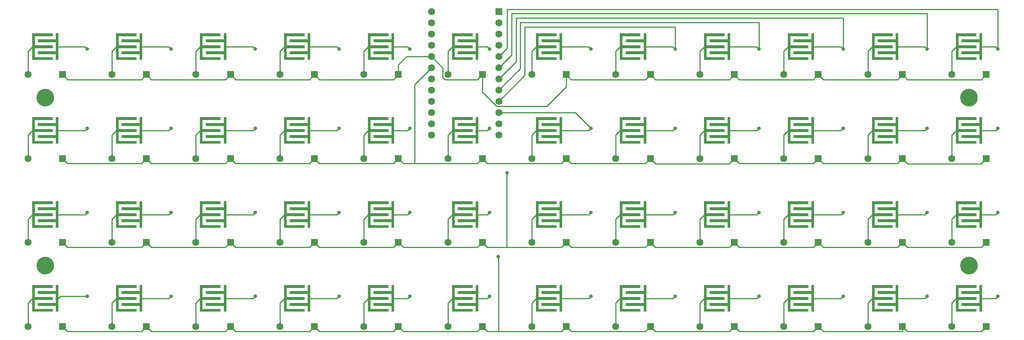
<source format=gtl>
%TF.GenerationSoftware,KiCad,Pcbnew,6.0.3-a3aad9c10e~116~ubuntu21.10.1*%
%TF.CreationDate,2022-03-19T20:14:59+00:00*%
%TF.ProjectId,PCB,5043422e-6b69-4636-9164-5f7063625858,rev?*%
%TF.SameCoordinates,Original*%
%TF.FileFunction,Copper,L1,Top*%
%TF.FilePolarity,Positive*%
%FSLAX46Y46*%
G04 Gerber Fmt 4.6, Leading zero omitted, Abs format (unit mm)*
G04 Created by KiCad (PCBNEW 6.0.3-a3aad9c10e~116~ubuntu21.10.1) date 2022-03-19 20:14:59*
%MOMM*%
%LPD*%
G01*
G04 APERTURE LIST*
G04 Aperture macros list*
%AMFreePoly0*
4,1,13,0.125000,-3.005789,-0.543421,-3.005789,-0.543421,-1.668947,-4.553947,-1.668947,-4.553947,-1.000526,-0.543421,-1.000526,-0.543421,1.004737,-4.553947,1.004737,-4.553947,1.673158,-0.543421,1.673158,-0.543421,3.010000,0.125000,3.010000,0.125000,-3.005789,0.125000,-3.005789,$1*%
%AMFreePoly1*
4,1,13,4.553947,2.341579,0.543421,2.341579,0.543421,0.336316,4.553947,0.336316,4.553947,-0.332105,0.543421,-0.332105,0.543421,-2.337368,4.553947,-2.337368,4.553947,-3.005789,-0.125000,-3.005789,-0.125000,3.010000,4.553947,3.010000,4.553947,2.341579,4.553947,2.341579,$1*%
G04 Aperture macros list end*
%TA.AperFunction,ComponentPad*%
%ADD10C,4.000000*%
%TD*%
%TA.AperFunction,SMDPad,CuDef*%
%ADD11FreePoly0,0.000000*%
%TD*%
%TA.AperFunction,SMDPad,CuDef*%
%ADD12FreePoly1,0.000000*%
%TD*%
%TA.AperFunction,ComponentPad*%
%ADD13R,1.600000X1.600000*%
%TD*%
%TA.AperFunction,ComponentPad*%
%ADD14C,1.600000*%
%TD*%
%TA.AperFunction,ViaPad*%
%ADD15C,0.800000*%
%TD*%
%TA.AperFunction,Conductor*%
%ADD16C,0.250000*%
%TD*%
G04 APERTURE END LIST*
D10*
%TO.P,HOLE_M3,1*%
%TO.N,N/C*%
X255020000Y-82440000D03*
%TD*%
D11*
%TO.P,K2,1*%
%TO.N,/col2*%
X67902474Y-70942106D03*
D12*
%TO.P,K2,2*%
%TO.N,Net-(D2-Pad2)*%
X62137527Y-70942106D03*
%TD*%
D11*
%TO.P,K40,1*%
%TO.N,/col4*%
X105902474Y-127942106D03*
D12*
%TO.P,K40,2*%
%TO.N,Net-(D40-Pad2)*%
X100137527Y-127942106D03*
%TD*%
D11*
%TO.P,K42,1*%
%TO.N,/col6*%
X143902474Y-127942106D03*
D12*
%TO.P,K42,2*%
%TO.N,Net-(D42-Pad2)*%
X138137527Y-127942106D03*
%TD*%
D11*
%TO.P,K35,1*%
%TO.N,/col11*%
X238902474Y-108942106D03*
D12*
%TO.P,K35,2*%
%TO.N,Net-(D35-Pad2)*%
X233137527Y-108942106D03*
%TD*%
D10*
%TO.P,HOLE_M3,1*%
%TO.N,N/C*%
X46020000Y-120440000D03*
%TD*%
D11*
%TO.P,K25,1*%
%TO.N,/col1*%
X48902474Y-108942106D03*
D12*
%TO.P,K25,2*%
%TO.N,Net-(D25-Pad2)*%
X43137527Y-108942106D03*
%TD*%
D11*
%TO.P,K32,1*%
%TO.N,/col8*%
X181902474Y-108942106D03*
D12*
%TO.P,K32,2*%
%TO.N,Net-(D32-Pad2)*%
X176137527Y-108942106D03*
%TD*%
D11*
%TO.P,K27,1*%
%TO.N,/col3*%
X86902474Y-108942106D03*
D12*
%TO.P,K27,2*%
%TO.N,Net-(D27-Pad2)*%
X81137527Y-108942106D03*
%TD*%
D11*
%TO.P,K12,1*%
%TO.N,/col12*%
X257902474Y-70942106D03*
D12*
%TO.P,K12,2*%
%TO.N,Net-(D12-Pad2)*%
X252137527Y-70942106D03*
%TD*%
D11*
%TO.P,K5,1*%
%TO.N,/col5*%
X124902474Y-70942106D03*
D12*
%TO.P,K5,2*%
%TO.N,Net-(D5-Pad2)*%
X119137527Y-70942106D03*
%TD*%
D11*
%TO.P,K7,1*%
%TO.N,/col7*%
X162902474Y-70942106D03*
D12*
%TO.P,K7,2*%
%TO.N,Net-(D7-Pad2)*%
X157137527Y-70942106D03*
%TD*%
D11*
%TO.P,K17,1*%
%TO.N,/col5*%
X124902474Y-89942106D03*
D12*
%TO.P,K17,2*%
%TO.N,Net-(D17-Pad2)*%
X119137527Y-89942106D03*
%TD*%
D11*
%TO.P,K19,1*%
%TO.N,/col7*%
X162902474Y-89942106D03*
D12*
%TO.P,K19,2*%
%TO.N,Net-(D19-Pad2)*%
X157137527Y-89942106D03*
%TD*%
D11*
%TO.P,K4,1*%
%TO.N,/col4*%
X105902474Y-70942106D03*
D12*
%TO.P,K4,2*%
%TO.N,Net-(D4-Pad2)*%
X100137527Y-70942106D03*
%TD*%
D11*
%TO.P,K23,1*%
%TO.N,/col11*%
X238902474Y-89942106D03*
D12*
%TO.P,K23,2*%
%TO.N,Net-(D23-Pad2)*%
X233137527Y-89942106D03*
%TD*%
D11*
%TO.P,K43,1*%
%TO.N,/col7*%
X162902474Y-127942106D03*
D12*
%TO.P,K43,2*%
%TO.N,Net-(D43-Pad2)*%
X157137527Y-127942106D03*
%TD*%
D11*
%TO.P,K10,1*%
%TO.N,/col10*%
X219902474Y-70942106D03*
D12*
%TO.P,K10,2*%
%TO.N,Net-(D10-Pad2)*%
X214137527Y-70942106D03*
%TD*%
D11*
%TO.P,K1,1*%
%TO.N,/col1*%
X48902474Y-70942106D03*
D12*
%TO.P,K1,2*%
%TO.N,Net-(D1-Pad2)*%
X43137527Y-70942106D03*
%TD*%
D11*
%TO.P,K44,1*%
%TO.N,/col8*%
X181902474Y-127942106D03*
D12*
%TO.P,K44,2*%
%TO.N,Net-(D44-Pad2)*%
X176137527Y-127942106D03*
%TD*%
D11*
%TO.P,K18,1*%
%TO.N,/col6*%
X143902474Y-89942106D03*
D12*
%TO.P,K18,2*%
%TO.N,Net-(D18-Pad2)*%
X138137527Y-89942106D03*
%TD*%
D11*
%TO.P,K24,1*%
%TO.N,/col12*%
X257902474Y-89942106D03*
D12*
%TO.P,K24,2*%
%TO.N,Net-(D24-Pad2)*%
X252137527Y-89942106D03*
%TD*%
D11*
%TO.P,K22,1*%
%TO.N,/col10*%
X219902474Y-89942106D03*
D12*
%TO.P,K22,2*%
%TO.N,Net-(D22-Pad2)*%
X214137527Y-89942106D03*
%TD*%
D11*
%TO.P,K46,1*%
%TO.N,/col10*%
X219902474Y-127942106D03*
D12*
%TO.P,K46,2*%
%TO.N,Net-(D46-Pad2)*%
X214137527Y-127942106D03*
%TD*%
D11*
%TO.P,K28,1*%
%TO.N,/col4*%
X105902474Y-108942106D03*
D12*
%TO.P,K28,2*%
%TO.N,Net-(D28-Pad2)*%
X100137527Y-108942106D03*
%TD*%
D11*
%TO.P,K3,1*%
%TO.N,/col3*%
X86902474Y-70942106D03*
D12*
%TO.P,K3,2*%
%TO.N,Net-(D3-Pad2)*%
X81137527Y-70942106D03*
%TD*%
D11*
%TO.P,K9,1*%
%TO.N,/col9*%
X200902474Y-70942106D03*
D12*
%TO.P,K9,2*%
%TO.N,Net-(D9-Pad2)*%
X195137527Y-70942106D03*
%TD*%
D11*
%TO.P,K8,1*%
%TO.N,/col8*%
X181902474Y-70942106D03*
D12*
%TO.P,K8,2*%
%TO.N,Net-(D8-Pad2)*%
X176137527Y-70942106D03*
%TD*%
D11*
%TO.P,K21,1*%
%TO.N,/col9*%
X200902474Y-89942106D03*
D12*
%TO.P,K21,2*%
%TO.N,Net-(D21-Pad2)*%
X195137527Y-89942106D03*
%TD*%
D11*
%TO.P,K29,1*%
%TO.N,/col5*%
X124902474Y-108942106D03*
D12*
%TO.P,K29,2*%
%TO.N,Net-(D29-Pad2)*%
X119137527Y-108942106D03*
%TD*%
D11*
%TO.P,K14,1*%
%TO.N,/col2*%
X67902474Y-89942106D03*
D12*
%TO.P,K14,2*%
%TO.N,Net-(D14-Pad2)*%
X62137527Y-89942106D03*
%TD*%
D11*
%TO.P,K39,1*%
%TO.N,/col3*%
X86902474Y-127942106D03*
D12*
%TO.P,K39,2*%
%TO.N,Net-(D39-Pad2)*%
X81137527Y-127942106D03*
%TD*%
D11*
%TO.P,K6,1*%
%TO.N,/col6*%
X143902474Y-70942106D03*
D12*
%TO.P,K6,2*%
%TO.N,Net-(D6-Pad2)*%
X138137527Y-70942106D03*
%TD*%
D11*
%TO.P,K45,1*%
%TO.N,/col9*%
X200902474Y-127942106D03*
D12*
%TO.P,K45,2*%
%TO.N,Net-(D45-Pad2)*%
X195137527Y-127942106D03*
%TD*%
D11*
%TO.P,K31,1*%
%TO.N,/col7*%
X162902474Y-108942106D03*
D12*
%TO.P,K31,2*%
%TO.N,Net-(D31-Pad2)*%
X157137527Y-108942106D03*
%TD*%
D11*
%TO.P,K26,1*%
%TO.N,/col2*%
X67902474Y-108942106D03*
D12*
%TO.P,K26,2*%
%TO.N,Net-(D26-Pad2)*%
X62137527Y-108942106D03*
%TD*%
D10*
%TO.P,HOLE_M3,1*%
%TO.N,N/C*%
X46020000Y-82440000D03*
%TD*%
D11*
%TO.P,K15,1*%
%TO.N,/col3*%
X86902474Y-89942106D03*
D12*
%TO.P,K15,2*%
%TO.N,Net-(D15-Pad2)*%
X81137527Y-89942106D03*
%TD*%
D11*
%TO.P,K36,1*%
%TO.N,/col12*%
X257902474Y-108942106D03*
D12*
%TO.P,K36,2*%
%TO.N,Net-(D36-Pad2)*%
X252137527Y-108942106D03*
%TD*%
D11*
%TO.P,K30,1*%
%TO.N,/col6*%
X143902474Y-108942106D03*
D12*
%TO.P,K30,2*%
%TO.N,Net-(D30-Pad2)*%
X138137527Y-108942106D03*
%TD*%
D11*
%TO.P,K34,1*%
%TO.N,/col10*%
X219902474Y-108942106D03*
D12*
%TO.P,K34,2*%
%TO.N,Net-(D34-Pad2)*%
X214137527Y-108942106D03*
%TD*%
D11*
%TO.P,K48,1*%
%TO.N,/col12*%
X257902474Y-127942106D03*
D12*
%TO.P,K48,2*%
%TO.N,Net-(D48-Pad2)*%
X252137527Y-127942106D03*
%TD*%
D10*
%TO.P,HOLE_M3,1*%
%TO.N,N/C*%
X255020000Y-120440000D03*
%TD*%
D11*
%TO.P,K11,1*%
%TO.N,/col11*%
X238902474Y-70942106D03*
D12*
%TO.P,K11,2*%
%TO.N,Net-(D11-Pad2)*%
X233137527Y-70942106D03*
%TD*%
D11*
%TO.P,K20,1*%
%TO.N,/col8*%
X181902474Y-89942106D03*
D12*
%TO.P,K20,2*%
%TO.N,Net-(D20-Pad2)*%
X176137527Y-89942106D03*
%TD*%
D11*
%TO.P,K33,1*%
%TO.N,/col9*%
X200902474Y-108942106D03*
D12*
%TO.P,K33,2*%
%TO.N,Net-(D33-Pad2)*%
X195137527Y-108942106D03*
%TD*%
D11*
%TO.P,K41,1*%
%TO.N,/col5*%
X124902474Y-127942106D03*
D12*
%TO.P,K41,2*%
%TO.N,Net-(D41-Pad2)*%
X119137527Y-127942106D03*
%TD*%
D11*
%TO.P,K47,1*%
%TO.N,/col11*%
X238902474Y-127942106D03*
D12*
%TO.P,K47,2*%
%TO.N,Net-(D47-Pad2)*%
X233137527Y-127942106D03*
%TD*%
D11*
%TO.P,K37,1*%
%TO.N,/col1*%
X48902474Y-127942106D03*
D12*
%TO.P,K37,2*%
%TO.N,Net-(D37-Pad2)*%
X43137527Y-127942106D03*
%TD*%
D11*
%TO.P,K16,1*%
%TO.N,/col4*%
X105902474Y-89942106D03*
D12*
%TO.P,K16,2*%
%TO.N,Net-(D16-Pad2)*%
X100137527Y-89942106D03*
%TD*%
D11*
%TO.P,K38,1*%
%TO.N,/col2*%
X67902474Y-127942106D03*
D12*
%TO.P,K38,2*%
%TO.N,Net-(D38-Pad2)*%
X62137527Y-127942106D03*
%TD*%
D11*
%TO.P,K13,1*%
%TO.N,/col1*%
X48902474Y-89942106D03*
D12*
%TO.P,K13,2*%
%TO.N,Net-(D13-Pad2)*%
X43137527Y-89942106D03*
%TD*%
D13*
%TO.P,Pro-Micro1,1,TX*%
%TO.N,unconnected-(Pro-Micro1-Pad1)*%
X148640000Y-62975000D03*
D14*
%TO.P,Pro-Micro1,2,RX*%
%TO.N,unconnected-(Pro-Micro1-Pad2)*%
X148640000Y-65515000D03*
%TO.P,Pro-Micro1,3,GND*%
%TO.N,unconnected-(Pro-Micro1-Pad3)*%
X148640000Y-68055000D03*
%TO.P,Pro-Micro1,4,GND*%
%TO.N,unconnected-(Pro-Micro1-Pad4)*%
X148640000Y-70595000D03*
%TO.P,Pro-Micro1,5,SDA*%
%TO.N,/col12*%
X148640000Y-73135000D03*
%TO.P,Pro-Micro1,6,SCL*%
%TO.N,/col11*%
X148640000Y-75675000D03*
%TO.P,Pro-Micro1,7,D4*%
%TO.N,/col10*%
X148640000Y-78215000D03*
%TO.P,Pro-Micro1,8,C6*%
%TO.N,/col9*%
X148640000Y-80755000D03*
%TO.P,Pro-Micro1,9,D7*%
%TO.N,/col8*%
X148640000Y-83295000D03*
%TO.P,Pro-Micro1,10,E6*%
%TO.N,/col7*%
X148640000Y-85835000D03*
%TO.P,Pro-Micro1,11,B4*%
%TO.N,/row3*%
X148640000Y-88375000D03*
%TO.P,Pro-Micro1,12,B5*%
%TO.N,/row4*%
X148640000Y-90915000D03*
%TO.P,Pro-Micro1,13,B6*%
%TO.N,/col1*%
X133400000Y-90915000D03*
%TO.P,Pro-Micro1,14,B2*%
%TO.N,/col2*%
X133400000Y-88375000D03*
%TO.P,Pro-Micro1,15,B3*%
%TO.N,/col3*%
X133400000Y-85835000D03*
%TO.P,Pro-Micro1,16,B1*%
%TO.N,/col4*%
X133400000Y-83295000D03*
%TO.P,Pro-Micro1,17,F7*%
%TO.N,/col5*%
X133400000Y-80755000D03*
%TO.P,Pro-Micro1,18,F6*%
%TO.N,/col6*%
X133400000Y-78215000D03*
%TO.P,Pro-Micro1,19,F5*%
%TO.N,/row2*%
X133400000Y-75675000D03*
%TO.P,Pro-Micro1,20,F4*%
%TO.N,/row1*%
X133400000Y-73135000D03*
%TO.P,Pro-Micro1,21,VCC*%
%TO.N,unconnected-(Pro-Micro1-Pad21)*%
X133400000Y-70595000D03*
%TO.P,Pro-Micro1,22,RST*%
%TO.N,unconnected-(Pro-Micro1-Pad22)*%
X133400000Y-68055000D03*
%TO.P,Pro-Micro1,23,GND*%
%TO.N,unconnected-(Pro-Micro1-Pad23)*%
X133400000Y-65515000D03*
%TO.P,Pro-Micro1,24,RAW*%
%TO.N,unconnected-(Pro-Micro1-Pad24)*%
X133400000Y-62975000D03*
%TD*%
D13*
%TO.P,D39,1*%
%TO.N,/row4*%
X87920000Y-134240000D03*
D14*
%TO.P,D39,2*%
%TO.N,Net-(D39-Pad2)*%
X80120000Y-134240000D03*
%TD*%
D13*
%TO.P,D26,1*%
%TO.N,/row3*%
X68920000Y-115240000D03*
D14*
%TO.P,D26,2*%
%TO.N,Net-(D26-Pad2)*%
X61120000Y-115240000D03*
%TD*%
D13*
%TO.P,D11,1*%
%TO.N,/row1*%
X239920000Y-77240000D03*
D14*
%TO.P,D11,2*%
%TO.N,Net-(D11-Pad2)*%
X232120000Y-77240000D03*
%TD*%
D13*
%TO.P,D18,1*%
%TO.N,/row2*%
X144920000Y-96240000D03*
D14*
%TO.P,D18,2*%
%TO.N,Net-(D18-Pad2)*%
X137120000Y-96240000D03*
%TD*%
D13*
%TO.P,D10,1*%
%TO.N,/row1*%
X220920000Y-77240000D03*
D14*
%TO.P,D10,2*%
%TO.N,Net-(D10-Pad2)*%
X213120000Y-77240000D03*
%TD*%
D13*
%TO.P,D23,1*%
%TO.N,/row2*%
X239920000Y-96240000D03*
D14*
%TO.P,D23,2*%
%TO.N,Net-(D23-Pad2)*%
X232120000Y-96240000D03*
%TD*%
D13*
%TO.P,D28,1*%
%TO.N,/row3*%
X106920000Y-115240000D03*
D14*
%TO.P,D28,2*%
%TO.N,Net-(D28-Pad2)*%
X99120000Y-115240000D03*
%TD*%
D13*
%TO.P,D7,1*%
%TO.N,/row1*%
X163920000Y-77240000D03*
D14*
%TO.P,D7,2*%
%TO.N,Net-(D7-Pad2)*%
X156120000Y-77240000D03*
%TD*%
D13*
%TO.P,D37,1*%
%TO.N,/row4*%
X49920000Y-134240000D03*
D14*
%TO.P,D37,2*%
%TO.N,Net-(D37-Pad2)*%
X42120000Y-134240000D03*
%TD*%
D13*
%TO.P,D1,1*%
%TO.N,/row1*%
X49920000Y-77240000D03*
D14*
%TO.P,D1,2*%
%TO.N,Net-(D1-Pad2)*%
X42120000Y-77240000D03*
%TD*%
D13*
%TO.P,D48,1*%
%TO.N,/row4*%
X258920000Y-134240000D03*
D14*
%TO.P,D48,2*%
%TO.N,Net-(D48-Pad2)*%
X251120000Y-134240000D03*
%TD*%
D13*
%TO.P,D47,1*%
%TO.N,/row4*%
X239920000Y-134240000D03*
D14*
%TO.P,D47,2*%
%TO.N,Net-(D47-Pad2)*%
X232120000Y-134240000D03*
%TD*%
D13*
%TO.P,D21,1*%
%TO.N,/row2*%
X201920000Y-96240000D03*
D14*
%TO.P,D21,2*%
%TO.N,Net-(D21-Pad2)*%
X194120000Y-96240000D03*
%TD*%
D13*
%TO.P,D6,1*%
%TO.N,/row1*%
X144920000Y-77240000D03*
D14*
%TO.P,D6,2*%
%TO.N,Net-(D6-Pad2)*%
X137120000Y-77240000D03*
%TD*%
D13*
%TO.P,D31,1*%
%TO.N,/row3*%
X163920000Y-115240000D03*
D14*
%TO.P,D31,2*%
%TO.N,Net-(D31-Pad2)*%
X156120000Y-115240000D03*
%TD*%
D13*
%TO.P,D4,1*%
%TO.N,/row1*%
X106920000Y-77240000D03*
D14*
%TO.P,D4,2*%
%TO.N,Net-(D4-Pad2)*%
X99120000Y-77240000D03*
%TD*%
D13*
%TO.P,D36,1*%
%TO.N,/row3*%
X258920000Y-115240000D03*
D14*
%TO.P,D36,2*%
%TO.N,Net-(D36-Pad2)*%
X251120000Y-115240000D03*
%TD*%
D13*
%TO.P,D14,1*%
%TO.N,/row2*%
X68920000Y-96240000D03*
D14*
%TO.P,D14,2*%
%TO.N,Net-(D14-Pad2)*%
X61120000Y-96240000D03*
%TD*%
D13*
%TO.P,D29,1*%
%TO.N,/row3*%
X125920000Y-115240000D03*
D14*
%TO.P,D29,2*%
%TO.N,Net-(D29-Pad2)*%
X118120000Y-115240000D03*
%TD*%
D13*
%TO.P,D42,1*%
%TO.N,/row4*%
X144920000Y-134240000D03*
D14*
%TO.P,D42,2*%
%TO.N,Net-(D42-Pad2)*%
X137120000Y-134240000D03*
%TD*%
D13*
%TO.P,D41,1*%
%TO.N,/row4*%
X125920000Y-134240000D03*
D14*
%TO.P,D41,2*%
%TO.N,Net-(D41-Pad2)*%
X118120000Y-134240000D03*
%TD*%
D13*
%TO.P,D40,1*%
%TO.N,/row4*%
X106920000Y-134240000D03*
D14*
%TO.P,D40,2*%
%TO.N,Net-(D40-Pad2)*%
X99120000Y-134240000D03*
%TD*%
D13*
%TO.P,D8,1*%
%TO.N,/row1*%
X182920000Y-77240000D03*
D14*
%TO.P,D8,2*%
%TO.N,Net-(D8-Pad2)*%
X175120000Y-77240000D03*
%TD*%
D13*
%TO.P,D17,1*%
%TO.N,/row2*%
X125920000Y-96240000D03*
D14*
%TO.P,D17,2*%
%TO.N,Net-(D17-Pad2)*%
X118120000Y-96240000D03*
%TD*%
D13*
%TO.P,D2,1*%
%TO.N,/row1*%
X68920000Y-77240000D03*
D14*
%TO.P,D2,2*%
%TO.N,Net-(D2-Pad2)*%
X61120000Y-77240000D03*
%TD*%
D13*
%TO.P,D24,1*%
%TO.N,/row2*%
X258920000Y-96240000D03*
D14*
%TO.P,D24,2*%
%TO.N,Net-(D24-Pad2)*%
X251120000Y-96240000D03*
%TD*%
D13*
%TO.P,D9,1*%
%TO.N,/row1*%
X201920000Y-77240000D03*
D14*
%TO.P,D9,2*%
%TO.N,Net-(D9-Pad2)*%
X194120000Y-77240000D03*
%TD*%
D13*
%TO.P,D12,1*%
%TO.N,/row1*%
X258920000Y-77240000D03*
D14*
%TO.P,D12,2*%
%TO.N,Net-(D12-Pad2)*%
X251120000Y-77240000D03*
%TD*%
D13*
%TO.P,D13,1*%
%TO.N,/row2*%
X49920000Y-96240000D03*
D14*
%TO.P,D13,2*%
%TO.N,Net-(D13-Pad2)*%
X42120000Y-96240000D03*
%TD*%
D13*
%TO.P,D5,1*%
%TO.N,/row1*%
X125920000Y-77240000D03*
D14*
%TO.P,D5,2*%
%TO.N,Net-(D5-Pad2)*%
X118120000Y-77240000D03*
%TD*%
D13*
%TO.P,D33,1*%
%TO.N,/row3*%
X201920000Y-115240000D03*
D14*
%TO.P,D33,2*%
%TO.N,Net-(D33-Pad2)*%
X194120000Y-115240000D03*
%TD*%
D13*
%TO.P,D30,1*%
%TO.N,/row3*%
X144920000Y-115240000D03*
D14*
%TO.P,D30,2*%
%TO.N,Net-(D30-Pad2)*%
X137120000Y-115240000D03*
%TD*%
D13*
%TO.P,D27,1*%
%TO.N,/row3*%
X87920000Y-115240000D03*
D14*
%TO.P,D27,2*%
%TO.N,Net-(D27-Pad2)*%
X80120000Y-115240000D03*
%TD*%
D13*
%TO.P,D25,1*%
%TO.N,/row3*%
X49920000Y-115240000D03*
D14*
%TO.P,D25,2*%
%TO.N,Net-(D25-Pad2)*%
X42120000Y-115240000D03*
%TD*%
D13*
%TO.P,D45,1*%
%TO.N,/row4*%
X201920000Y-134240000D03*
D14*
%TO.P,D45,2*%
%TO.N,Net-(D45-Pad2)*%
X194120000Y-134240000D03*
%TD*%
D13*
%TO.P,D20,1*%
%TO.N,/row2*%
X182920000Y-96240000D03*
D14*
%TO.P,D20,2*%
%TO.N,Net-(D20-Pad2)*%
X175120000Y-96240000D03*
%TD*%
D13*
%TO.P,D38,1*%
%TO.N,/row4*%
X68920000Y-134240000D03*
D14*
%TO.P,D38,2*%
%TO.N,Net-(D38-Pad2)*%
X61120000Y-134240000D03*
%TD*%
D13*
%TO.P,D43,1*%
%TO.N,/row4*%
X163920000Y-134240000D03*
D14*
%TO.P,D43,2*%
%TO.N,Net-(D43-Pad2)*%
X156120000Y-134240000D03*
%TD*%
D13*
%TO.P,D44,1*%
%TO.N,/row4*%
X182920000Y-134240000D03*
D14*
%TO.P,D44,2*%
%TO.N,Net-(D44-Pad2)*%
X175120000Y-134240000D03*
%TD*%
D13*
%TO.P,D32,1*%
%TO.N,/row3*%
X182920000Y-115240000D03*
D14*
%TO.P,D32,2*%
%TO.N,Net-(D32-Pad2)*%
X175120000Y-115240000D03*
%TD*%
D13*
%TO.P,D22,1*%
%TO.N,/row2*%
X220920000Y-96240000D03*
D14*
%TO.P,D22,2*%
%TO.N,Net-(D22-Pad2)*%
X213120000Y-96240000D03*
%TD*%
D13*
%TO.P,D3,1*%
%TO.N,/row1*%
X87920000Y-77240000D03*
D14*
%TO.P,D3,2*%
%TO.N,Net-(D3-Pad2)*%
X80120000Y-77240000D03*
%TD*%
D13*
%TO.P,D15,1*%
%TO.N,/row2*%
X87920000Y-96240000D03*
D14*
%TO.P,D15,2*%
%TO.N,Net-(D15-Pad2)*%
X80120000Y-96240000D03*
%TD*%
D13*
%TO.P,D46,1*%
%TO.N,/row4*%
X220920000Y-134240000D03*
D14*
%TO.P,D46,2*%
%TO.N,Net-(D46-Pad2)*%
X213120000Y-134240000D03*
%TD*%
D13*
%TO.P,D16,1*%
%TO.N,/row2*%
X106920000Y-96240000D03*
D14*
%TO.P,D16,2*%
%TO.N,Net-(D16-Pad2)*%
X99120000Y-96240000D03*
%TD*%
D13*
%TO.P,D35,1*%
%TO.N,/row3*%
X239920000Y-115240000D03*
D14*
%TO.P,D35,2*%
%TO.N,Net-(D35-Pad2)*%
X232120000Y-115240000D03*
%TD*%
D13*
%TO.P,D34,1*%
%TO.N,/row3*%
X220920000Y-115240000D03*
D14*
%TO.P,D34,2*%
%TO.N,Net-(D34-Pad2)*%
X213120000Y-115240000D03*
%TD*%
D13*
%TO.P,D19,1*%
%TO.N,/row2*%
X163920000Y-96240000D03*
D14*
%TO.P,D19,2*%
%TO.N,Net-(D19-Pad2)*%
X156120000Y-96240000D03*
%TD*%
D15*
%TO.N,/col1*%
X55520000Y-108440000D03*
X55520000Y-89440000D03*
X55520000Y-71440000D03*
X55520000Y-127440000D03*
%TO.N,/col2*%
X74520000Y-108440000D03*
X74520000Y-127440000D03*
X74520000Y-71440000D03*
X74520000Y-89440000D03*
%TO.N,/col3*%
X93520000Y-89440000D03*
X93520000Y-127440000D03*
X93520000Y-108440000D03*
X93520000Y-71440000D03*
%TO.N,/col4*%
X112520000Y-89440000D03*
X112520000Y-108440000D03*
X112520000Y-71440000D03*
X112520000Y-127440000D03*
%TO.N,/col5*%
X128520000Y-71440000D03*
X128520000Y-89440000D03*
X128520000Y-108440000D03*
X128520000Y-127440000D03*
%TO.N,/col6*%
X146520000Y-71440000D03*
X146520000Y-89440000D03*
X146520000Y-108440000D03*
X146520000Y-127440000D03*
%TO.N,/col7*%
X169520000Y-108440000D03*
X169520000Y-71440000D03*
X169520000Y-127440000D03*
X169520000Y-89440000D03*
%TO.N,/col8*%
X188520000Y-108440000D03*
X188520000Y-127440000D03*
X188520000Y-89440000D03*
X188520000Y-71440000D03*
%TO.N,/row4*%
X148520000Y-118440000D03*
%TO.N,/row3*%
X150520000Y-99440000D03*
%TO.N,/col12*%
X261520000Y-89440000D03*
X261520000Y-127440000D03*
X261520000Y-108440000D03*
X261520000Y-71440000D03*
%TO.N,/col11*%
X245520000Y-71440000D03*
X245520000Y-89440000D03*
X245520000Y-127440000D03*
X245520000Y-108440000D03*
%TO.N,/col10*%
X226520000Y-108440000D03*
X226520000Y-71440000D03*
X226520000Y-89440000D03*
X226520000Y-127440000D03*
%TO.N,/col9*%
X207520000Y-89440000D03*
X207520000Y-108440000D03*
X207520000Y-127440000D03*
X207520000Y-71440000D03*
%TD*%
D16*
%TO.N,/col1*%
X55017894Y-89942106D02*
X55520000Y-89440000D01*
X55017894Y-108942106D02*
X55520000Y-108440000D01*
X55022106Y-70942106D02*
X55520000Y-71440000D01*
X48902474Y-89942106D02*
X55017894Y-89942106D01*
X48902474Y-108942106D02*
X55017894Y-108942106D01*
X49404580Y-127440000D02*
X55520000Y-127440000D01*
X48902474Y-70942106D02*
X55022106Y-70942106D01*
X48902474Y-127942106D02*
X49404580Y-127440000D01*
%TO.N,/col2*%
X67902474Y-108942106D02*
X74017894Y-108942106D01*
X74022106Y-70942106D02*
X74520000Y-71440000D01*
X74017894Y-108942106D02*
X74520000Y-108440000D01*
X74017894Y-127942106D02*
X74520000Y-127440000D01*
X67902474Y-89942106D02*
X74017894Y-89942106D01*
X67902474Y-70942106D02*
X74022106Y-70942106D01*
X74017894Y-89942106D02*
X74520000Y-89440000D01*
X67902474Y-127942106D02*
X74017894Y-127942106D01*
%TO.N,/col3*%
X86902474Y-70942106D02*
X93022106Y-70942106D01*
X93017894Y-89942106D02*
X93520000Y-89440000D01*
X93022106Y-70942106D02*
X93520000Y-71440000D01*
X86902474Y-108942106D02*
X93017894Y-108942106D01*
X86902474Y-89942106D02*
X93017894Y-89942106D01*
X86902474Y-127942106D02*
X93017894Y-127942106D01*
X93017894Y-108942106D02*
X93520000Y-108440000D01*
X93017894Y-127942106D02*
X93520000Y-127440000D01*
%TO.N,/col4*%
X112017894Y-89942106D02*
X112520000Y-89440000D01*
X105902474Y-70942106D02*
X112022106Y-70942106D01*
X112017894Y-108942106D02*
X105902474Y-108942106D01*
X105902474Y-89942106D02*
X112017894Y-89942106D01*
X112520000Y-108440000D02*
X112017894Y-108942106D01*
X112022106Y-70942106D02*
X112520000Y-71440000D01*
X112017894Y-127942106D02*
X112520000Y-127440000D01*
X105902474Y-127942106D02*
X112017894Y-127942106D01*
%TO.N,/col5*%
X128017894Y-127942106D02*
X128520000Y-127440000D01*
X124902474Y-127942106D02*
X128017894Y-127942106D01*
X128017894Y-89942106D02*
X128520000Y-89440000D01*
X124902474Y-70942106D02*
X128022106Y-70942106D01*
X128022106Y-70942106D02*
X128520000Y-71440000D01*
X124902474Y-89942106D02*
X128017894Y-89942106D01*
X124902474Y-108942106D02*
X128017894Y-108942106D01*
X128017894Y-108942106D02*
X128520000Y-108440000D01*
%TO.N,/col6*%
X146022106Y-70942106D02*
X146520000Y-71440000D01*
X143902474Y-89942106D02*
X146017894Y-89942106D01*
X146017894Y-108942106D02*
X146520000Y-108440000D01*
X146017894Y-89942106D02*
X146520000Y-89440000D01*
X143902474Y-70942106D02*
X146022106Y-70942106D01*
X143902474Y-108942106D02*
X146017894Y-108942106D01*
X146017894Y-127942106D02*
X146520000Y-127440000D01*
X143902474Y-127942106D02*
X146017894Y-127942106D01*
%TO.N,/col7*%
X169017894Y-108942106D02*
X169520000Y-108440000D01*
X169520000Y-89440000D02*
X165915000Y-85835000D01*
X165915000Y-85835000D02*
X148640000Y-85835000D01*
X162902474Y-127942106D02*
X169017894Y-127942106D01*
X162902474Y-108942106D02*
X169017894Y-108942106D01*
X169017894Y-89942106D02*
X169520000Y-89440000D01*
X169017894Y-127942106D02*
X169520000Y-127440000D01*
X169022106Y-70942106D02*
X169520000Y-71440000D01*
X162902474Y-70942106D02*
X169022106Y-70942106D01*
X162902474Y-89942106D02*
X169017894Y-89942106D01*
%TO.N,/col8*%
X188520000Y-71440000D02*
X188520000Y-66440000D01*
X181902474Y-127942106D02*
X188017894Y-127942106D01*
X188017894Y-127942106D02*
X188520000Y-127440000D01*
X154520000Y-66440000D02*
X154520000Y-77415000D01*
X188520000Y-66440000D02*
X154520000Y-66440000D01*
X188022106Y-70942106D02*
X188520000Y-71440000D01*
X181902474Y-89942106D02*
X188017894Y-89942106D01*
X188017894Y-89942106D02*
X188520000Y-89440000D01*
X181902474Y-108942106D02*
X188017894Y-108942106D01*
X188017894Y-108942106D02*
X188520000Y-108440000D01*
X181902474Y-70942106D02*
X188022106Y-70942106D01*
X154520000Y-77415000D02*
X148640000Y-83295000D01*
%TO.N,/row4*%
X165044511Y-135364511D02*
X181795489Y-135364511D01*
X51044511Y-135364511D02*
X67795489Y-135364511D01*
X239845489Y-135364511D02*
X222044511Y-135364511D01*
X162795489Y-135364511D02*
X163920000Y-134240000D01*
X203044511Y-135364511D02*
X201920000Y-134240000D01*
X108044511Y-135364511D02*
X124795489Y-135364511D01*
X86795489Y-135364511D02*
X87920000Y-134240000D01*
X184044511Y-135364511D02*
X182920000Y-134240000D01*
X200795489Y-135364511D02*
X184044511Y-135364511D01*
X163920000Y-134240000D02*
X165044511Y-135364511D01*
X222044511Y-135364511D02*
X220920000Y-134240000D01*
X127044511Y-135364511D02*
X132444511Y-135364511D01*
X124795489Y-135364511D02*
X125920000Y-134240000D01*
X68920000Y-134240000D02*
X70044511Y-135364511D01*
X181795489Y-135364511D02*
X182920000Y-134240000D01*
X87920000Y-134240000D02*
X89044511Y-135364511D01*
X49920000Y-134240000D02*
X51044511Y-135364511D01*
X144920000Y-134240000D02*
X146044511Y-135364511D01*
X258920000Y-134240000D02*
X257795489Y-135364511D01*
X148595489Y-118515489D02*
X148520000Y-118440000D01*
X241044511Y-135364511D02*
X239920000Y-134240000D01*
X257795489Y-135364511D02*
X241044511Y-135364511D01*
X106920000Y-134240000D02*
X108044511Y-135364511D01*
X125920000Y-134240000D02*
X127044511Y-135364511D01*
X143795489Y-135364511D02*
X144920000Y-134240000D01*
X70044511Y-135364511D02*
X86795489Y-135364511D01*
X201920000Y-134240000D02*
X200795489Y-135364511D01*
X220920000Y-134240000D02*
X219795489Y-135364511D01*
X146044511Y-135364511D02*
X148595489Y-135364511D01*
X239920000Y-135290000D02*
X239845489Y-135364511D01*
X148595489Y-135364511D02*
X162795489Y-135364511D01*
X132444511Y-135364511D02*
X143795489Y-135364511D01*
X89044511Y-135364511D02*
X105795489Y-135364511D01*
X67795489Y-135364511D02*
X68920000Y-134240000D01*
X239920000Y-134240000D02*
X239920000Y-135290000D01*
X105795489Y-135364511D02*
X106920000Y-134240000D01*
X148595489Y-135364511D02*
X148595489Y-118515489D01*
X219795489Y-135364511D02*
X203044511Y-135364511D01*
%TO.N,/row3*%
X184044511Y-116364511D02*
X200795489Y-116364511D01*
X49920000Y-115240000D02*
X51044511Y-116364511D01*
X200795489Y-116364511D02*
X201920000Y-115240000D01*
X68920000Y-115240000D02*
X70044511Y-116364511D01*
X220920000Y-115240000D02*
X222044511Y-116364511D01*
X241044511Y-116364511D02*
X257795489Y-116364511D01*
X163920000Y-115240000D02*
X165044511Y-116364511D01*
X150444511Y-116364511D02*
X150444511Y-99515489D01*
X124795489Y-116364511D02*
X125920000Y-115240000D01*
X201920000Y-115240000D02*
X203044511Y-116364511D01*
X125920000Y-115240000D02*
X127044511Y-116364511D01*
X87920000Y-115240000D02*
X89044511Y-116364511D01*
X222044511Y-116364511D02*
X238795489Y-116364511D01*
X257795489Y-116364511D02*
X258920000Y-115240000D01*
X67795489Y-116364511D02*
X68920000Y-115240000D01*
X165044511Y-116364511D02*
X181795489Y-116364511D01*
X89044511Y-116364511D02*
X105795489Y-116364511D01*
X219795489Y-116364511D02*
X220920000Y-115240000D01*
X150444511Y-116364511D02*
X162795489Y-116364511D01*
X105795489Y-116364511D02*
X106920000Y-115240000D01*
X150444511Y-99515489D02*
X150520000Y-99440000D01*
X162795489Y-116364511D02*
X163920000Y-115240000D01*
X238795489Y-116364511D02*
X239920000Y-115240000D01*
X70044511Y-116364511D02*
X86795489Y-116364511D01*
X108044511Y-116364511D02*
X124795489Y-116364511D01*
X181795489Y-116364511D02*
X182920000Y-115240000D01*
X127044511Y-116364511D02*
X130595489Y-116364511D01*
X143795489Y-116364511D02*
X144920000Y-115240000D01*
X86795489Y-116364511D02*
X87920000Y-115240000D01*
X146044511Y-116364511D02*
X150444511Y-116364511D01*
X239920000Y-115240000D02*
X241044511Y-116364511D01*
X182920000Y-115240000D02*
X184044511Y-116364511D01*
X130595489Y-116364511D02*
X143795489Y-116364511D01*
X106920000Y-115240000D02*
X108044511Y-116364511D01*
X144920000Y-115240000D02*
X146044511Y-116364511D01*
X51044511Y-116364511D02*
X67795489Y-116364511D01*
X203044511Y-116364511D02*
X219795489Y-116364511D01*
%TO.N,/row2*%
X162795489Y-97364511D02*
X163920000Y-96240000D01*
X222044511Y-97364511D02*
X220920000Y-96240000D01*
X130444511Y-97364511D02*
X143795489Y-97364511D01*
X146044511Y-97364511D02*
X162795489Y-97364511D01*
X200720000Y-97440000D02*
X184120000Y-97440000D01*
X219795489Y-97364511D02*
X203044511Y-97364511D01*
X51044511Y-97364511D02*
X67795489Y-97364511D01*
X129595489Y-79479511D02*
X129595489Y-97364511D01*
X238795489Y-97364511D02*
X222044511Y-97364511D01*
X67795489Y-97364511D02*
X68920000Y-96240000D01*
X108044511Y-97364511D02*
X124795489Y-97364511D01*
X163920000Y-96240000D02*
X165044511Y-97364511D01*
X89044511Y-97364511D02*
X105795489Y-97364511D01*
X124795489Y-97364511D02*
X125920000Y-96240000D01*
X105795489Y-97364511D02*
X106920000Y-96240000D01*
X70044511Y-97364511D02*
X86795489Y-97364511D01*
X125920000Y-96240000D02*
X127044511Y-97364511D01*
X133400000Y-75675000D02*
X129595489Y-79479511D01*
X181795489Y-97364511D02*
X182920000Y-96240000D01*
X144920000Y-96240000D02*
X146044511Y-97364511D01*
X106920000Y-96240000D02*
X108044511Y-97364511D01*
X127044511Y-97364511D02*
X129595489Y-97364511D01*
X184120000Y-97440000D02*
X182920000Y-96240000D01*
X257720000Y-97440000D02*
X241120000Y-97440000D01*
X86795489Y-97364511D02*
X87920000Y-96240000D01*
X258920000Y-96240000D02*
X257720000Y-97440000D01*
X241120000Y-97440000D02*
X239920000Y-96240000D01*
X143795489Y-97364511D02*
X144920000Y-96240000D01*
X49920000Y-96240000D02*
X51044511Y-97364511D01*
X201920000Y-96240000D02*
X200720000Y-97440000D01*
X87920000Y-96240000D02*
X89044511Y-97364511D01*
X220920000Y-96240000D02*
X219795489Y-97364511D01*
X239920000Y-96240000D02*
X238795489Y-97364511D01*
X129595489Y-97364511D02*
X130444511Y-97364511D01*
X165044511Y-97364511D02*
X181795489Y-97364511D01*
X203044511Y-97364511D02*
X201920000Y-96240000D01*
X68920000Y-96240000D02*
X70044511Y-97364511D01*
%TO.N,/row1*%
X108044511Y-78364511D02*
X124795489Y-78364511D01*
X89044511Y-78364511D02*
X105795489Y-78364511D01*
X257795489Y-78364511D02*
X258920000Y-77240000D01*
X87920000Y-77240000D02*
X89044511Y-78364511D01*
X68920000Y-77240000D02*
X70044511Y-78364511D01*
X125920000Y-75040000D02*
X127825000Y-73135000D01*
X49920000Y-77240000D02*
X51044511Y-78364511D01*
X181795489Y-78364511D02*
X182920000Y-77240000D01*
X125920000Y-77240000D02*
X125920000Y-75040000D01*
X238795489Y-78364511D02*
X239920000Y-77240000D01*
X144920000Y-77240000D02*
X144920000Y-81165300D01*
X127825000Y-73135000D02*
X133400000Y-73135000D01*
X143795489Y-78364511D02*
X144920000Y-77240000D01*
X67795489Y-78364511D02*
X68920000Y-77240000D01*
X184044511Y-78364511D02*
X200795489Y-78364511D01*
X144920000Y-81165300D02*
X148174211Y-84419511D01*
X165044511Y-78364511D02*
X181795489Y-78364511D01*
X163920000Y-77240000D02*
X165044511Y-78364511D01*
X51044511Y-78364511D02*
X67795489Y-78364511D01*
X133400000Y-73135000D02*
X135995489Y-75730489D01*
X135995489Y-75730489D02*
X135995489Y-77915489D01*
X239920000Y-77240000D02*
X241044511Y-78364511D01*
X106920000Y-77240000D02*
X108044511Y-78364511D01*
X136444511Y-78364511D02*
X143795489Y-78364511D01*
X70044511Y-78364511D02*
X86795489Y-78364511D01*
X105795489Y-78364511D02*
X106920000Y-77240000D01*
X241044511Y-78364511D02*
X257795489Y-78364511D01*
X86795489Y-78364511D02*
X87920000Y-77240000D01*
X182920000Y-77240000D02*
X184044511Y-78364511D01*
X159540489Y-84419511D02*
X163920000Y-80040000D01*
X200795489Y-78364511D02*
X201920000Y-77240000D01*
X124795489Y-78364511D02*
X125920000Y-77240000D01*
X135995489Y-77915489D02*
X136444511Y-78364511D01*
X163920000Y-80040000D02*
X163920000Y-77240000D01*
X219795489Y-78364511D02*
X220920000Y-77240000D01*
X201920000Y-77240000D02*
X203044511Y-78364511D01*
X203044511Y-78364511D02*
X219795489Y-78364511D01*
X222044511Y-78364511D02*
X238795489Y-78364511D01*
X220920000Y-77240000D02*
X222044511Y-78364511D01*
X148174211Y-84419511D02*
X159540489Y-84419511D01*
%TO.N,/col12*%
X150520000Y-62440000D02*
X150520000Y-71255000D01*
X257902474Y-127942106D02*
X261017894Y-127942106D01*
X257902474Y-70942106D02*
X261022106Y-70942106D01*
X261022106Y-70942106D02*
X261520000Y-71440000D01*
X257902474Y-89942106D02*
X261017894Y-89942106D01*
X150520000Y-71255000D02*
X148640000Y-73135000D01*
X261017894Y-108942106D02*
X261520000Y-108440000D01*
X261017894Y-127942106D02*
X261520000Y-127440000D01*
X261520000Y-62440000D02*
X150520000Y-62440000D01*
X261520000Y-71440000D02*
X261520000Y-62440000D01*
X261017894Y-89942106D02*
X261520000Y-89440000D01*
X257902474Y-108942106D02*
X261017894Y-108942106D01*
%TO.N,/col11*%
X238902474Y-89942106D02*
X245017894Y-89942106D01*
X151520000Y-72795000D02*
X148640000Y-75675000D01*
X238902474Y-108942106D02*
X245017894Y-108942106D01*
X245017894Y-108942106D02*
X245520000Y-108440000D01*
X245017894Y-127942106D02*
X245520000Y-127440000D01*
X245022106Y-70942106D02*
X245520000Y-71440000D01*
X245017894Y-89942106D02*
X245520000Y-89440000D01*
X238902474Y-70942106D02*
X245022106Y-70942106D01*
X151520000Y-63440000D02*
X151520000Y-72795000D01*
X245520000Y-63440000D02*
X151520000Y-63440000D01*
X245520000Y-71440000D02*
X245520000Y-63440000D01*
X238902474Y-127942106D02*
X245017894Y-127942106D01*
%TO.N,/col10*%
X226520000Y-64440000D02*
X152520000Y-64440000D01*
X226017894Y-89942106D02*
X226520000Y-89440000D01*
X219902474Y-108942106D02*
X226017894Y-108942106D01*
X219902474Y-70942106D02*
X226022106Y-70942106D01*
X152520000Y-64440000D02*
X152520000Y-74335000D01*
X226520000Y-71440000D02*
X226520000Y-64440000D01*
X219902474Y-127942106D02*
X226017894Y-127942106D01*
X219902474Y-89942106D02*
X226017894Y-89942106D01*
X226017894Y-127942106D02*
X226520000Y-127440000D01*
X226017894Y-108942106D02*
X226520000Y-108440000D01*
X226022106Y-70942106D02*
X226520000Y-71440000D01*
X152520000Y-74335000D02*
X148640000Y-78215000D01*
%TO.N,/col9*%
X207017894Y-89942106D02*
X207520000Y-89440000D01*
X200902474Y-89942106D02*
X207017894Y-89942106D01*
X153520000Y-65440000D02*
X153520000Y-75875000D01*
X207022106Y-70942106D02*
X207520000Y-71440000D01*
X200902474Y-70942106D02*
X207022106Y-70942106D01*
X207017894Y-108942106D02*
X207520000Y-108440000D01*
X207520000Y-71440000D02*
X207520000Y-65440000D01*
X200902474Y-127942106D02*
X207017894Y-127942106D01*
X207520000Y-65440000D02*
X153520000Y-65440000D01*
X153520000Y-75875000D02*
X148640000Y-80755000D01*
X200902474Y-108942106D02*
X207017894Y-108942106D01*
X207017894Y-127942106D02*
X207520000Y-127440000D01*
%TO.N,Net-(D26-Pad2)*%
X62137527Y-108942106D02*
X61120000Y-109959633D01*
X61120000Y-109959633D02*
X61120000Y-115240000D01*
%TO.N,Net-(D2-Pad2)*%
X61120000Y-71959633D02*
X62137527Y-70942106D01*
X61120000Y-77240000D02*
X61120000Y-71959633D01*
%TO.N,Net-(D28-Pad2)*%
X100137527Y-108942106D02*
X99120000Y-109959633D01*
X99120000Y-109959633D02*
X99120000Y-115240000D01*
%TO.N,Net-(D29-Pad2)*%
X118120000Y-109959633D02*
X118120000Y-115240000D01*
X119137527Y-108942106D02*
X118120000Y-109959633D01*
%TO.N,Net-(D31-Pad2)*%
X156120000Y-109959633D02*
X156120000Y-115240000D01*
X157137527Y-108942106D02*
X156120000Y-109959633D01*
%TO.N,Net-(D32-Pad2)*%
X176137527Y-108942106D02*
X175120000Y-109959633D01*
X175120000Y-109959633D02*
X175120000Y-115240000D01*
%TO.N,Net-(D33-Pad2)*%
X194120000Y-109959633D02*
X194120000Y-115240000D01*
X195137527Y-108942106D02*
X194120000Y-109959633D01*
%TO.N,Net-(D34-Pad2)*%
X213120000Y-109959633D02*
X213120000Y-115240000D01*
X214137527Y-108942106D02*
X213120000Y-109959633D01*
%TO.N,Net-(D35-Pad2)*%
X232120000Y-109959633D02*
X232120000Y-115240000D01*
X233137527Y-108942106D02*
X232120000Y-109959633D01*
%TO.N,Net-(D37-Pad2)*%
X43137527Y-127942106D02*
X42120000Y-128959633D01*
X42120000Y-128959633D02*
X42120000Y-134240000D01*
%TO.N,Net-(D38-Pad2)*%
X62137527Y-127942106D02*
X61120000Y-128959633D01*
X61120000Y-128959633D02*
X61120000Y-134240000D01*
%TO.N,Net-(D39-Pad2)*%
X80120000Y-128959633D02*
X80120000Y-134240000D01*
X81137527Y-127942106D02*
X80120000Y-128959633D01*
%TO.N,Net-(D43-Pad2)*%
X157137527Y-127942106D02*
X156120000Y-128959633D01*
X156120000Y-128959633D02*
X156120000Y-134240000D01*
%TO.N,Net-(D44-Pad2)*%
X175120000Y-128959633D02*
X175120000Y-134240000D01*
X176137527Y-127942106D02*
X175120000Y-128959633D01*
%TO.N,Net-(D45-Pad2)*%
X194120000Y-128959633D02*
X194120000Y-134240000D01*
X195137527Y-127942106D02*
X194120000Y-128959633D01*
%TO.N,Net-(D47-Pad2)*%
X233137527Y-127942106D02*
X232120000Y-128959633D01*
X232120000Y-128959633D02*
X232120000Y-134240000D01*
%TO.N,Net-(D48-Pad2)*%
X252137527Y-127942106D02*
X251120000Y-128959633D01*
X251120000Y-128959633D02*
X251120000Y-134240000D01*
%TO.N,Net-(D24-Pad2)*%
X252137527Y-89942106D02*
X251120000Y-90959633D01*
X251120000Y-90959633D02*
X251120000Y-96240000D01*
%TO.N,Net-(D3-Pad2)*%
X80120000Y-71959633D02*
X80120000Y-77240000D01*
X81137527Y-70942106D02*
X80120000Y-71959633D01*
%TO.N,Net-(D4-Pad2)*%
X99120000Y-71959633D02*
X99120000Y-77240000D01*
X100137527Y-70942106D02*
X99120000Y-71959633D01*
%TO.N,Net-(D5-Pad2)*%
X119137527Y-70942106D02*
X118120000Y-71959633D01*
X118120000Y-71959633D02*
X118120000Y-77240000D01*
%TO.N,Net-(D6-Pad2)*%
X137120000Y-71959633D02*
X137120000Y-77240000D01*
X138137527Y-70942106D02*
X137120000Y-71959633D01*
%TO.N,Net-(D7-Pad2)*%
X157137527Y-70942106D02*
X156120000Y-71959633D01*
X156120000Y-71959633D02*
X156120000Y-77240000D01*
%TO.N,Net-(D9-Pad2)*%
X194120000Y-71959633D02*
X194120000Y-77240000D01*
X195137527Y-70942106D02*
X194120000Y-71959633D01*
%TO.N,Net-(D10-Pad2)*%
X214137527Y-70942106D02*
X213120000Y-71959633D01*
X213120000Y-71959633D02*
X213120000Y-77240000D01*
%TO.N,Net-(D11-Pad2)*%
X232120000Y-71959633D02*
X232120000Y-77240000D01*
X233137527Y-70942106D02*
X232120000Y-71959633D01*
%TO.N,Net-(D12-Pad2)*%
X251120000Y-71959633D02*
X251120000Y-77240000D01*
X252137527Y-70942106D02*
X251120000Y-71959633D01*
%TO.N,Net-(D14-Pad2)*%
X61120000Y-90959633D02*
X61120000Y-96240000D01*
X62137527Y-89942106D02*
X61120000Y-90959633D01*
%TO.N,Net-(D25-Pad2)*%
X43137527Y-108942106D02*
X42120000Y-109959633D01*
X42120000Y-109959633D02*
X42120000Y-115240000D01*
%TO.N,Net-(D23-Pad2)*%
X232120000Y-90959633D02*
X232120000Y-96240000D01*
X233137527Y-89942106D02*
X232120000Y-90959633D01*
%TO.N,Net-(D22-Pad2)*%
X213120000Y-90959633D02*
X213120000Y-96240000D01*
X214137527Y-89942106D02*
X213120000Y-90959633D01*
%TO.N,Net-(D20-Pad2)*%
X176137527Y-89942106D02*
X175120000Y-90959633D01*
X175120000Y-90959633D02*
X175120000Y-96240000D01*
%TO.N,Net-(D13-Pad2)*%
X43137527Y-89942106D02*
X42120000Y-90959633D01*
X42120000Y-90959633D02*
X42120000Y-96240000D01*
%TO.N,Net-(D15-Pad2)*%
X80120000Y-90959633D02*
X80120000Y-96240000D01*
X81137527Y-89942106D02*
X80120000Y-90959633D01*
%TO.N,Net-(D17-Pad2)*%
X118120000Y-90959633D02*
X118120000Y-96240000D01*
X119137527Y-89942106D02*
X118120000Y-90959633D01*
%TO.N,Net-(D19-Pad2)*%
X156120000Y-90959633D02*
X156120000Y-96240000D01*
X157137527Y-89942106D02*
X156120000Y-90959633D01*
%TO.N,Net-(D16-Pad2)*%
X100137527Y-89942106D02*
X99120000Y-90959633D01*
X99120000Y-90959633D02*
X99120000Y-96240000D01*
%TO.N,Net-(D18-Pad2)*%
X137120000Y-90959633D02*
X137120000Y-96240000D01*
X138137527Y-89942106D02*
X137120000Y-90959633D01*
%TO.N,Net-(D21-Pad2)*%
X195137527Y-89942106D02*
X194120000Y-90959633D01*
X194120000Y-90959633D02*
X194120000Y-96240000D01*
%TO.N,Net-(D27-Pad2)*%
X80120000Y-109959633D02*
X80120000Y-115240000D01*
X81137527Y-108942106D02*
X80120000Y-109959633D01*
%TO.N,Net-(D30-Pad2)*%
X138137527Y-108942106D02*
X137120000Y-109959633D01*
X137120000Y-109959633D02*
X137120000Y-115240000D01*
%TO.N,Net-(D36-Pad2)*%
X251120000Y-109959633D02*
X251120000Y-115240000D01*
X252137527Y-108942106D02*
X251120000Y-109959633D01*
%TO.N,Net-(D40-Pad2)*%
X99120000Y-128959633D02*
X99120000Y-134240000D01*
X100137527Y-127942106D02*
X99120000Y-128959633D01*
%TO.N,Net-(D41-Pad2)*%
X119137527Y-127942106D02*
X118120000Y-128959633D01*
X118120000Y-128959633D02*
X118120000Y-134240000D01*
%TO.N,Net-(D42-Pad2)*%
X138137527Y-127942106D02*
X137120000Y-128959633D01*
X137120000Y-128959633D02*
X137120000Y-134240000D01*
%TO.N,Net-(D46-Pad2)*%
X214137527Y-127942106D02*
X213120000Y-128959633D01*
X213120000Y-128959633D02*
X213120000Y-134240000D01*
%TO.N,Net-(D1-Pad2)*%
X43137527Y-70942106D02*
X42120000Y-71959633D01*
X42120000Y-71959633D02*
X42120000Y-77240000D01*
%TO.N,Net-(D8-Pad2)*%
X176137527Y-70942106D02*
X175120000Y-71959633D01*
X175120000Y-71959633D02*
X175120000Y-77240000D01*
%TD*%
M02*

</source>
